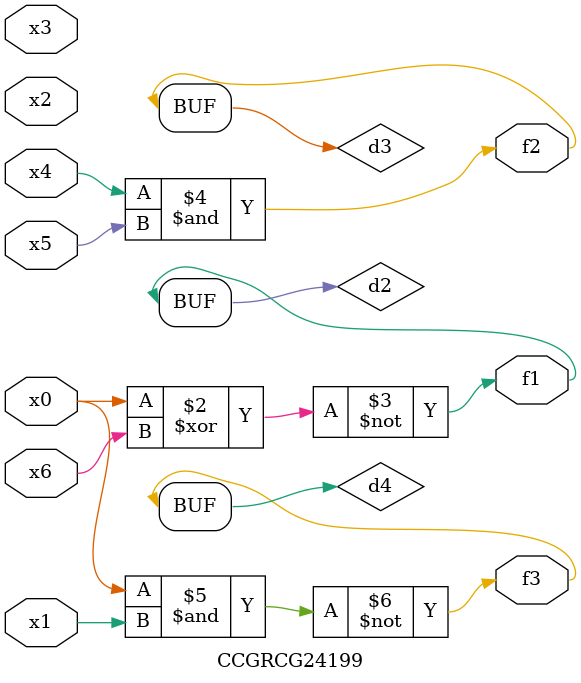
<source format=v>
module CCGRCG24199(
	input x0, x1, x2, x3, x4, x5, x6,
	output f1, f2, f3
);

	wire d1, d2, d3, d4;

	nor (d1, x0);
	xnor (d2, x0, x6);
	and (d3, x4, x5);
	nand (d4, x0, x1);
	assign f1 = d2;
	assign f2 = d3;
	assign f3 = d4;
endmodule

</source>
